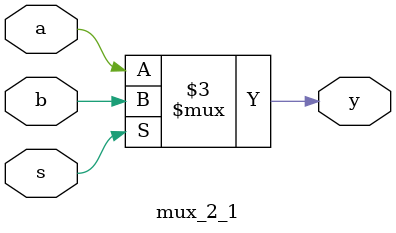
<source format=v>
`timescale 1ns / 1ps
module mux_2_1(input a,b,s,output reg y);
always@(*) begin;
if (s)
y<=b;
else
y<= a;
end
endmodule
</source>
